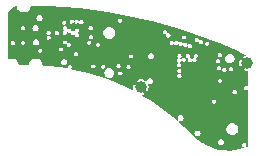
<source format=gbr>
G04 #@! TF.GenerationSoftware,KiCad,Pcbnew,7.0.9-7.0.9~ubuntu20.04.1*
G04 #@! TF.CreationDate,2023-12-28T04:07:48+00:00*
G04 #@! TF.ProjectId,yote,796f7465-2e6b-4696-9361-645f70636258,rev?*
G04 #@! TF.SameCoordinates,Original*
G04 #@! TF.FileFunction,Copper,L5,Inr*
G04 #@! TF.FilePolarity,Positive*
%FSLAX46Y46*%
G04 Gerber Fmt 4.6, Leading zero omitted, Abs format (unit mm)*
G04 Created by KiCad (PCBNEW 7.0.9-7.0.9~ubuntu20.04.1) date 2023-12-28 04:07:48*
%MOMM*%
%LPD*%
G01*
G04 APERTURE LIST*
G04 #@! TA.AperFunction,ComponentPad*
%ADD10C,1.000000*%
G04 #@! TD*
G04 #@! TA.AperFunction,ViaPad*
%ADD11C,0.300000*%
G04 #@! TD*
G04 #@! TA.AperFunction,ViaPad*
%ADD12C,0.500000*%
G04 #@! TD*
G04 APERTURE END LIST*
D10*
X111660000Y-74420000D03*
X120650000Y-72400000D03*
D11*
X115640000Y-72460000D03*
X106610000Y-70620000D03*
X115990000Y-73160000D03*
X116450000Y-75550000D03*
X104540000Y-69444500D03*
X119960998Y-75035000D03*
X115990000Y-72810000D03*
X108470000Y-68430000D03*
X116073613Y-71238385D03*
X116340000Y-73160000D03*
X115245500Y-75297913D03*
X116451757Y-75162000D03*
X115286763Y-72455603D03*
X106610000Y-69820000D03*
X116343733Y-72464508D03*
X116340000Y-72810000D03*
D12*
X106890500Y-72353158D03*
D11*
X115640000Y-73160000D03*
D12*
X110407273Y-68852728D03*
D11*
X101540000Y-72210000D03*
X110592772Y-71496000D03*
X104357921Y-67950929D03*
X104437541Y-72324531D03*
X115640000Y-72810000D03*
D12*
X117045498Y-76888202D03*
X117550000Y-78409502D03*
D11*
X106233243Y-68113243D03*
X103850000Y-69420000D03*
X118690776Y-74214500D03*
X115290000Y-73160000D03*
X115990000Y-72460000D03*
X104890000Y-70020000D03*
X113926405Y-73896403D03*
X104195000Y-69620000D03*
X115280000Y-72800000D03*
X113221465Y-70316237D03*
D12*
X113922579Y-75704187D03*
D11*
X117967862Y-76130729D03*
G04 #@! TA.AperFunction,Conductor*
G36*
X102675293Y-67526625D02*
G01*
X103928698Y-67567644D01*
X105180426Y-67644339D01*
X106429463Y-67756646D01*
X107674795Y-67904476D01*
X108915413Y-68087708D01*
X110150310Y-68306193D01*
X111378484Y-68559755D01*
X112598940Y-68848188D01*
X113810688Y-69171257D01*
X115012744Y-69528700D01*
X116204135Y-69920229D01*
X117383893Y-70345525D01*
X118551062Y-70804243D01*
X119704696Y-71296012D01*
X120515377Y-71669214D01*
X120542148Y-71698144D01*
X120540622Y-71737531D01*
X120511692Y-71764302D01*
X120506166Y-71765998D01*
X120417816Y-71787774D01*
X120417810Y-71787777D01*
X120307700Y-71845568D01*
X120571591Y-72109459D01*
X120539750Y-72115412D01*
X120444390Y-72174457D01*
X120376799Y-72263962D01*
X120360193Y-72322325D01*
X120096096Y-72058228D01*
X120096095Y-72058229D01*
X120070226Y-72095708D01*
X120070224Y-72095712D01*
X120014252Y-72243302D01*
X119995226Y-72399996D01*
X119995226Y-72400003D01*
X120014252Y-72556697D01*
X120070221Y-72704279D01*
X120070226Y-72704288D01*
X120096097Y-72741769D01*
X120356275Y-72481590D01*
X120356454Y-72483521D01*
X120406448Y-72583922D01*
X120489334Y-72659484D01*
X120571006Y-72691123D01*
X120307700Y-72954430D01*
X120417814Y-73012224D01*
X120417817Y-73012225D01*
X120571068Y-73049998D01*
X120571081Y-73050000D01*
X120717875Y-73050000D01*
X120754291Y-73065084D01*
X120769375Y-73101420D01*
X120770000Y-73505000D01*
X120770000Y-74285203D01*
X120754916Y-74321619D01*
X120718500Y-74336703D01*
X120696155Y-74331603D01*
X120634834Y-74302072D01*
X120634833Y-74302072D01*
X120552437Y-74302072D01*
X120552436Y-74302072D01*
X120478201Y-74337821D01*
X120426827Y-74402242D01*
X120408493Y-74482572D01*
X120426827Y-74562901D01*
X120478201Y-74627322D01*
X120552436Y-74663072D01*
X120552437Y-74663072D01*
X120634832Y-74663072D01*
X120634833Y-74663072D01*
X120696157Y-74633539D01*
X120735509Y-74631330D01*
X120764900Y-74657594D01*
X120770000Y-74679940D01*
X120770000Y-79396484D01*
X120754916Y-79432900D01*
X120740816Y-79442898D01*
X120710793Y-79457333D01*
X120708515Y-79458296D01*
X120654083Y-79478298D01*
X120614699Y-79476700D01*
X120587980Y-79447721D01*
X120589578Y-79408337D01*
X120589922Y-79407610D01*
X120591275Y-79404799D01*
X120591274Y-79404799D01*
X120591276Y-79404798D01*
X120609611Y-79324468D01*
X120591276Y-79244138D01*
X120539903Y-79179718D01*
X120539902Y-79179717D01*
X120465668Y-79143968D01*
X120465667Y-79143968D01*
X120383271Y-79143968D01*
X120383270Y-79143968D01*
X120309035Y-79179717D01*
X120257661Y-79244138D01*
X120239327Y-79324468D01*
X120257661Y-79404797D01*
X120309035Y-79469218D01*
X120359455Y-79493499D01*
X120385720Y-79522890D01*
X120383510Y-79562244D01*
X120354871Y-79588240D01*
X120334195Y-79595836D01*
X120331835Y-79596577D01*
X119946049Y-79697578D01*
X119943628Y-79698089D01*
X119549941Y-79761620D01*
X119547483Y-79761897D01*
X119149501Y-79787376D01*
X119147027Y-79787415D01*
X119145813Y-79787376D01*
X119128619Y-79786823D01*
X118748447Y-79774602D01*
X118745994Y-79774405D01*
X118513007Y-79744372D01*
X118350473Y-79723420D01*
X118348037Y-79722986D01*
X117959237Y-79634301D01*
X117956854Y-79633636D01*
X117578351Y-79508066D01*
X117576052Y-79507179D01*
X117211328Y-79345878D01*
X117209116Y-79344770D01*
X116915736Y-79179718D01*
X116861554Y-79149235D01*
X116859472Y-79147928D01*
X116706321Y-79041224D01*
X118192034Y-79041224D01*
X118211862Y-79140910D01*
X118211864Y-79140914D01*
X118268333Y-79225427D01*
X118268334Y-79225428D01*
X118352847Y-79281897D01*
X118352851Y-79281899D01*
X118452538Y-79301728D01*
X118452540Y-79301728D01*
X118452542Y-79301728D01*
X118552228Y-79281899D01*
X118552229Y-79281898D01*
X118552231Y-79281898D01*
X118636746Y-79225428D01*
X118693216Y-79140913D01*
X118711392Y-79049540D01*
X118713046Y-79041224D01*
X118713046Y-79041219D01*
X118693217Y-78941533D01*
X118693215Y-78941529D01*
X118636746Y-78857016D01*
X118636745Y-78857015D01*
X118552232Y-78800546D01*
X118552228Y-78800544D01*
X118452542Y-78780716D01*
X118452538Y-78780716D01*
X118352851Y-78800544D01*
X118352847Y-78800546D01*
X118268334Y-78857015D01*
X118268333Y-78857016D01*
X118211864Y-78941529D01*
X118211862Y-78941533D01*
X118192034Y-79041219D01*
X118192034Y-79041224D01*
X116706321Y-79041224D01*
X116632448Y-78989755D01*
X116532274Y-78919961D01*
X116530314Y-78918451D01*
X116230176Y-78663286D01*
X116228074Y-78661284D01*
X115946448Y-78361109D01*
X115924828Y-78340002D01*
X116194994Y-78340002D01*
X116214822Y-78439688D01*
X116214824Y-78439692D01*
X116271293Y-78524205D01*
X116271294Y-78524206D01*
X116355807Y-78580675D01*
X116355811Y-78580677D01*
X116455498Y-78600506D01*
X116455500Y-78600506D01*
X116455502Y-78600506D01*
X116555188Y-78580677D01*
X116555189Y-78580676D01*
X116555191Y-78580676D01*
X116639706Y-78524206D01*
X116696176Y-78439691D01*
X116711808Y-78361109D01*
X116716006Y-78340002D01*
X116716006Y-78339997D01*
X116696177Y-78240311D01*
X116696175Y-78240307D01*
X116639706Y-78155794D01*
X116639705Y-78155793D01*
X116555192Y-78099324D01*
X116555188Y-78099322D01*
X116455502Y-78079494D01*
X116455498Y-78079494D01*
X116355811Y-78099322D01*
X116355807Y-78099324D01*
X116271294Y-78155793D01*
X116271293Y-78155794D01*
X116214824Y-78240307D01*
X116214822Y-78240311D01*
X116194994Y-78339997D01*
X116194994Y-78340002D01*
X115924828Y-78340002D01*
X115624177Y-78046490D01*
X118904483Y-78046490D01*
X118945030Y-78184582D01*
X119022840Y-78305657D01*
X119022841Y-78305658D01*
X119022842Y-78305659D01*
X119131608Y-78399905D01*
X119131609Y-78399905D01*
X119131610Y-78399906D01*
X119262526Y-78459694D01*
X119262525Y-78459694D01*
X119369182Y-78475029D01*
X119369184Y-78475029D01*
X119440784Y-78475029D01*
X119511887Y-78464805D01*
X119547440Y-78459694D01*
X119678356Y-78399906D01*
X119787126Y-78305657D01*
X119864936Y-78184582D01*
X119905483Y-78046490D01*
X119905483Y-77902568D01*
X119905483Y-77902566D01*
X119890481Y-77851475D01*
X119864936Y-77764476D01*
X119787126Y-77643401D01*
X119744015Y-77606045D01*
X119678357Y-77549152D01*
X119547438Y-77489363D01*
X119547440Y-77489363D01*
X119440784Y-77474029D01*
X119440782Y-77474029D01*
X119369184Y-77474029D01*
X119369182Y-77474029D01*
X119262526Y-77489363D01*
X119131608Y-77549152D01*
X119022842Y-77643398D01*
X119022840Y-77643401D01*
X118945030Y-77764476D01*
X118904483Y-77902566D01*
X118904483Y-77902568D01*
X118904483Y-78046490D01*
X115624177Y-78046490D01*
X115338770Y-77767860D01*
X114874758Y-77352985D01*
X114857664Y-77317468D01*
X114870692Y-77280267D01*
X114906209Y-77263173D01*
X114930025Y-77269679D01*
X114930623Y-77268237D01*
X114935311Y-77270179D01*
X115034998Y-77290008D01*
X115035000Y-77290008D01*
X115035002Y-77290008D01*
X115134688Y-77270179D01*
X115134689Y-77270178D01*
X115134691Y-77270178D01*
X115219206Y-77213708D01*
X115275676Y-77129193D01*
X115275676Y-77129191D01*
X115275677Y-77129190D01*
X115295506Y-77029504D01*
X115295506Y-77029499D01*
X115275677Y-76929813D01*
X115275675Y-76929809D01*
X115219206Y-76845296D01*
X115219205Y-76845295D01*
X115134692Y-76788826D01*
X115134688Y-76788824D01*
X115035002Y-76768996D01*
X115034998Y-76768996D01*
X114935311Y-76788824D01*
X114935307Y-76788826D01*
X114850794Y-76845295D01*
X114850793Y-76845296D01*
X114794324Y-76929809D01*
X114794322Y-76929813D01*
X114774494Y-77029499D01*
X114774494Y-77029504D01*
X114794322Y-77129190D01*
X114794323Y-77129191D01*
X114820705Y-77168675D01*
X114828394Y-77207334D01*
X114806496Y-77240108D01*
X114767837Y-77247797D01*
X114743558Y-77235679D01*
X114705677Y-77201811D01*
X114048386Y-76664050D01*
X113368160Y-76155611D01*
X112666307Y-75677469D01*
X112585852Y-75627676D01*
X117687505Y-75627676D01*
X117705839Y-75708005D01*
X117757213Y-75772426D01*
X117831448Y-75808176D01*
X117831449Y-75808176D01*
X117913846Y-75808176D01*
X117950963Y-75790301D01*
X117988081Y-75772426D01*
X118039454Y-75708006D01*
X118057789Y-75627676D01*
X118039454Y-75547346D01*
X117988081Y-75482926D01*
X117988080Y-75482925D01*
X117913846Y-75447176D01*
X117913845Y-75447176D01*
X117831449Y-75447176D01*
X117831448Y-75447176D01*
X117757213Y-75482925D01*
X117705839Y-75547346D01*
X117687505Y-75627676D01*
X112585852Y-75627676D01*
X111944173Y-75230545D01*
X111796144Y-75147673D01*
X111771737Y-75116722D01*
X111776364Y-75077579D01*
X111807315Y-75053172D01*
X111808977Y-75052732D01*
X111892186Y-75032223D01*
X112002298Y-74974430D01*
X111847868Y-74820000D01*
X119414858Y-74820000D01*
X119433192Y-74900329D01*
X119484566Y-74964750D01*
X119558801Y-75000500D01*
X119558802Y-75000500D01*
X119641199Y-75000500D01*
X119695333Y-74974430D01*
X119715434Y-74964750D01*
X119766807Y-74900330D01*
X119785142Y-74820000D01*
X119766807Y-74739670D01*
X119715434Y-74675250D01*
X119715433Y-74675249D01*
X119641199Y-74639500D01*
X119641198Y-74639500D01*
X119558802Y-74639500D01*
X119558801Y-74639500D01*
X119484566Y-74675249D01*
X119433192Y-74739670D01*
X119414858Y-74820000D01*
X111847868Y-74820000D01*
X111738408Y-74710540D01*
X111770250Y-74704588D01*
X111865610Y-74645543D01*
X111933201Y-74556038D01*
X111949806Y-74497674D01*
X112213901Y-74761769D01*
X112213902Y-74761769D01*
X112239775Y-74724287D01*
X112295747Y-74576697D01*
X112314774Y-74420003D01*
X112314774Y-74419996D01*
X112295747Y-74263302D01*
X112282716Y-74228942D01*
X112283906Y-74189544D01*
X112312607Y-74162527D01*
X112340915Y-74160170D01*
X112388419Y-74169619D01*
X112415499Y-74175006D01*
X112415500Y-74175006D01*
X112415502Y-74175006D01*
X112515188Y-74155177D01*
X112515189Y-74155176D01*
X112515191Y-74155176D01*
X112599706Y-74098706D01*
X112656176Y-74014191D01*
X112672671Y-73931269D01*
X112676006Y-73914502D01*
X112676006Y-73914497D01*
X112667776Y-73873122D01*
X118173759Y-73873122D01*
X118192093Y-73953451D01*
X118243467Y-74017872D01*
X118317702Y-74053622D01*
X118317703Y-74053622D01*
X118400100Y-74053622D01*
X118437217Y-74035747D01*
X118474335Y-74017872D01*
X118525708Y-73953452D01*
X118544043Y-73873122D01*
X118525708Y-73792792D01*
X118474335Y-73728372D01*
X118474334Y-73728371D01*
X118400100Y-73692622D01*
X118400099Y-73692622D01*
X118317703Y-73692622D01*
X118317702Y-73692622D01*
X118243467Y-73728371D01*
X118192093Y-73792792D01*
X118173759Y-73873122D01*
X112667776Y-73873122D01*
X112656177Y-73814811D01*
X112656175Y-73814807D01*
X112599706Y-73730294D01*
X112599705Y-73730293D01*
X112515192Y-73673824D01*
X112515188Y-73673822D01*
X112415502Y-73653994D01*
X112415498Y-73653994D01*
X112315811Y-73673822D01*
X112315807Y-73673824D01*
X112231294Y-73730293D01*
X112231293Y-73730294D01*
X112174824Y-73814807D01*
X112174823Y-73814811D01*
X112159706Y-73890807D01*
X112137808Y-73923580D01*
X112099148Y-73931269D01*
X112075045Y-73919307D01*
X112031953Y-73881131D01*
X111892189Y-73807777D01*
X111892183Y-73807775D01*
X111738931Y-73770001D01*
X111738919Y-73770000D01*
X111581081Y-73770000D01*
X111581068Y-73770001D01*
X111427816Y-73807775D01*
X111427810Y-73807777D01*
X111317700Y-73865568D01*
X111581591Y-74129459D01*
X111549750Y-74135412D01*
X111454390Y-74194457D01*
X111386799Y-74283962D01*
X111370193Y-74342325D01*
X111106096Y-74078228D01*
X111106095Y-74078229D01*
X111080226Y-74115708D01*
X111080224Y-74115712D01*
X111024252Y-74263302D01*
X111005226Y-74419996D01*
X111005226Y-74420003D01*
X111024252Y-74576697D01*
X111047097Y-74636935D01*
X111045907Y-74676334D01*
X111017206Y-74703350D01*
X110977807Y-74702160D01*
X110975780Y-74701194D01*
X110932670Y-74679484D01*
X110444655Y-74433720D01*
X109670151Y-74085350D01*
X108881124Y-73771257D01*
X108079091Y-73492043D01*
X107265592Y-73248244D01*
X107153737Y-73220000D01*
X108569445Y-73220000D01*
X108589538Y-73346867D01*
X108639641Y-73445199D01*
X108647854Y-73461318D01*
X108738682Y-73552146D01*
X108853132Y-73610461D01*
X108948084Y-73625500D01*
X108948089Y-73625500D01*
X109011911Y-73625500D01*
X109011916Y-73625500D01*
X109106868Y-73610461D01*
X109221318Y-73552146D01*
X109312146Y-73461318D01*
X109370461Y-73346868D01*
X109386226Y-73247332D01*
X109741864Y-73247332D01*
X109760198Y-73327661D01*
X109811572Y-73392082D01*
X109885807Y-73427832D01*
X109885808Y-73427832D01*
X109968205Y-73427832D01*
X110005322Y-73409957D01*
X110042440Y-73392082D01*
X110093813Y-73327662D01*
X110112148Y-73247332D01*
X110093813Y-73167002D01*
X110042440Y-73102582D01*
X110042439Y-73102581D01*
X109968205Y-73066832D01*
X109968204Y-73066832D01*
X109885808Y-73066832D01*
X109885807Y-73066832D01*
X109811572Y-73102581D01*
X109760198Y-73167002D01*
X109741864Y-73247332D01*
X109386226Y-73247332D01*
X109390555Y-73220000D01*
X109370461Y-73093132D01*
X109312146Y-72978682D01*
X109221318Y-72887854D01*
X109221317Y-72887853D01*
X109106867Y-72829538D01*
X109026954Y-72816881D01*
X109011916Y-72814500D01*
X108948084Y-72814500D01*
X108853132Y-72829538D01*
X108738682Y-72887853D01*
X108647853Y-72978682D01*
X108589538Y-73093132D01*
X108569445Y-73220000D01*
X107153737Y-73220000D01*
X106442191Y-73040331D01*
X105953562Y-72939500D01*
X105809849Y-72909844D01*
X105777233Y-72887712D01*
X105769820Y-72848999D01*
X105779991Y-72827300D01*
X105829804Y-72764837D01*
X105848139Y-72684507D01*
X105840263Y-72650000D01*
X107464858Y-72650000D01*
X107483192Y-72730329D01*
X107534566Y-72794750D01*
X107608801Y-72830500D01*
X107608802Y-72830500D01*
X107691199Y-72830500D01*
X107728316Y-72812625D01*
X107765434Y-72794750D01*
X107816807Y-72730330D01*
X107829550Y-72674500D01*
X108294358Y-72674500D01*
X108312692Y-72754829D01*
X108364066Y-72819250D01*
X108438301Y-72855000D01*
X108438302Y-72855000D01*
X108520699Y-72855000D01*
X108571573Y-72830500D01*
X108594934Y-72819250D01*
X108646307Y-72754830D01*
X108664642Y-72674500D01*
X108648212Y-72602516D01*
X109586027Y-72602516D01*
X109604361Y-72682845D01*
X109655735Y-72747266D01*
X109729970Y-72783016D01*
X109729971Y-72783016D01*
X109812368Y-72783016D01*
X109859477Y-72760329D01*
X109886603Y-72747266D01*
X109937976Y-72682846D01*
X109938626Y-72680000D01*
X110434858Y-72680000D01*
X110453192Y-72760329D01*
X110504566Y-72824750D01*
X110578801Y-72860500D01*
X110578802Y-72860500D01*
X110661199Y-72860500D01*
X110709444Y-72837266D01*
X110735434Y-72824750D01*
X110786807Y-72760330D01*
X110805142Y-72680000D01*
X110786807Y-72599670D01*
X110735434Y-72535250D01*
X110735433Y-72535249D01*
X110661199Y-72499500D01*
X110661198Y-72499500D01*
X110578802Y-72499500D01*
X110578801Y-72499500D01*
X110504566Y-72535249D01*
X110453192Y-72599670D01*
X110434858Y-72680000D01*
X109938626Y-72680000D01*
X109956311Y-72602516D01*
X109937976Y-72522186D01*
X109886603Y-72457766D01*
X109886602Y-72457765D01*
X109812368Y-72422016D01*
X109812367Y-72422016D01*
X109729971Y-72422016D01*
X109729970Y-72422016D01*
X109655735Y-72457765D01*
X109604361Y-72522186D01*
X109586027Y-72602516D01*
X108648212Y-72602516D01*
X108646307Y-72594170D01*
X108594934Y-72529750D01*
X108594933Y-72529749D01*
X108520699Y-72494000D01*
X108520698Y-72494000D01*
X108438302Y-72494000D01*
X108438301Y-72494000D01*
X108364066Y-72529749D01*
X108312692Y-72594170D01*
X108294358Y-72674500D01*
X107829550Y-72674500D01*
X107835142Y-72650000D01*
X107816807Y-72569670D01*
X107765434Y-72505250D01*
X107765433Y-72505249D01*
X107691199Y-72469500D01*
X107691198Y-72469500D01*
X107608802Y-72469500D01*
X107608801Y-72469500D01*
X107534566Y-72505249D01*
X107483192Y-72569670D01*
X107464858Y-72650000D01*
X105840263Y-72650000D01*
X105829804Y-72604177D01*
X105778431Y-72539757D01*
X105778430Y-72539756D01*
X105704196Y-72504007D01*
X105704195Y-72504007D01*
X105621799Y-72504007D01*
X105621798Y-72504007D01*
X105547563Y-72539756D01*
X105496189Y-72604177D01*
X105477855Y-72684507D01*
X105496190Y-72764839D01*
X105498007Y-72768612D01*
X105500217Y-72807966D01*
X105473951Y-72837356D01*
X105443420Y-72841800D01*
X104772025Y-72733684D01*
X103928470Y-72635541D01*
X103914034Y-72634500D01*
X103400720Y-72597483D01*
X103365483Y-72579818D01*
X103353365Y-72552838D01*
X103336465Y-72424468D01*
X103336463Y-72424462D01*
X103314666Y-72371840D01*
X103276626Y-72280002D01*
X104919494Y-72280002D01*
X104939322Y-72379688D01*
X104939324Y-72379692D01*
X104995793Y-72464205D01*
X104995794Y-72464206D01*
X105080307Y-72520675D01*
X105080311Y-72520677D01*
X105179998Y-72540506D01*
X105180000Y-72540506D01*
X105180002Y-72540506D01*
X105279688Y-72520677D01*
X105279689Y-72520676D01*
X105279691Y-72520676D01*
X105364206Y-72464206D01*
X105420676Y-72379691D01*
X105428209Y-72341823D01*
X105440506Y-72280002D01*
X105440506Y-72279997D01*
X105420677Y-72180311D01*
X105420675Y-72180307D01*
X105406965Y-72159788D01*
X114723615Y-72159788D01*
X114741949Y-72240117D01*
X114741950Y-72240118D01*
X114793323Y-72304538D01*
X114826011Y-72320280D01*
X114852276Y-72349669D01*
X114850066Y-72389024D01*
X114826012Y-72413078D01*
X114798539Y-72426308D01*
X114798539Y-72426309D01*
X114747164Y-72490730D01*
X114728830Y-72571060D01*
X114747164Y-72651389D01*
X114798538Y-72715810D01*
X114871675Y-72751031D01*
X114897940Y-72780422D01*
X114895730Y-72819776D01*
X114871675Y-72843831D01*
X114812169Y-72872487D01*
X114760795Y-72936908D01*
X114742461Y-73017238D01*
X114760795Y-73097567D01*
X114766503Y-73104724D01*
X114812169Y-73161988D01*
X114860651Y-73185336D01*
X114886916Y-73214725D01*
X114884706Y-73254080D01*
X114860652Y-73278134D01*
X114809192Y-73302916D01*
X114809192Y-73302917D01*
X114757817Y-73367338D01*
X114739483Y-73447668D01*
X114757817Y-73527997D01*
X114809191Y-73592418D01*
X114883426Y-73628168D01*
X114883427Y-73628168D01*
X114965824Y-73628168D01*
X115002941Y-73610293D01*
X115040059Y-73592418D01*
X115091432Y-73527998D01*
X115109767Y-73447668D01*
X115091432Y-73367338D01*
X115040059Y-73302918D01*
X114991575Y-73279569D01*
X114965311Y-73250179D01*
X114967521Y-73210825D01*
X114991576Y-73186770D01*
X114994556Y-73185335D01*
X115043037Y-73161988D01*
X115094410Y-73097568D01*
X115112745Y-73017238D01*
X115094410Y-72936908D01*
X115043037Y-72872488D01*
X115043036Y-72872487D01*
X114969899Y-72837266D01*
X114950001Y-72815000D01*
X118088512Y-72815000D01*
X118106846Y-72895329D01*
X118158220Y-72959750D01*
X118232455Y-72995500D01*
X118232456Y-72995500D01*
X118314853Y-72995500D01*
X118356738Y-72975329D01*
X118389088Y-72959750D01*
X118405237Y-72939500D01*
X118553874Y-72939500D01*
X118572208Y-73019829D01*
X118623582Y-73084250D01*
X118697817Y-73120000D01*
X118697818Y-73120000D01*
X118780215Y-73120000D01*
X118820852Y-73100430D01*
X118854450Y-73084250D01*
X118905823Y-73019830D01*
X118924158Y-72939500D01*
X118914001Y-72895000D01*
X119109858Y-72895000D01*
X119128192Y-72975329D01*
X119179566Y-73039750D01*
X119253801Y-73075500D01*
X119253802Y-73075500D01*
X119336199Y-73075500D01*
X119374234Y-73057183D01*
X119410434Y-73039750D01*
X119461807Y-72975330D01*
X119480142Y-72895000D01*
X119461807Y-72814670D01*
X119410434Y-72750250D01*
X119410433Y-72750249D01*
X119336199Y-72714500D01*
X119336198Y-72714500D01*
X119253802Y-72714500D01*
X119253801Y-72714500D01*
X119179566Y-72750249D01*
X119128192Y-72814670D01*
X119109858Y-72895000D01*
X118914001Y-72895000D01*
X118905823Y-72859170D01*
X118854450Y-72794750D01*
X118854449Y-72794749D01*
X118780215Y-72759000D01*
X118780214Y-72759000D01*
X118697818Y-72759000D01*
X118697817Y-72759000D01*
X118623582Y-72794749D01*
X118572208Y-72859170D01*
X118553874Y-72939500D01*
X118405237Y-72939500D01*
X118440461Y-72895330D01*
X118458796Y-72815000D01*
X118440461Y-72734670D01*
X118389088Y-72670250D01*
X118389087Y-72670249D01*
X118314853Y-72634500D01*
X118314852Y-72634500D01*
X118232456Y-72634500D01*
X118232455Y-72634500D01*
X118158220Y-72670249D01*
X118106846Y-72734670D01*
X118088512Y-72815000D01*
X114950001Y-72815000D01*
X114943634Y-72807875D01*
X114945844Y-72768521D01*
X114969897Y-72744467D01*
X115029406Y-72715810D01*
X115080779Y-72651390D01*
X115099114Y-72571060D01*
X115080779Y-72490730D01*
X115029406Y-72426310D01*
X115029405Y-72426309D01*
X114996717Y-72410568D01*
X114970452Y-72381177D01*
X114972662Y-72341823D01*
X114996718Y-72317768D01*
X114999395Y-72316479D01*
X115024191Y-72304538D01*
X115075564Y-72240118D01*
X115078612Y-72226764D01*
X115101420Y-72194617D01*
X115140279Y-72188013D01*
X115169085Y-72206112D01*
X115184040Y-72224865D01*
X115234145Y-72248994D01*
X115258275Y-72260615D01*
X115258276Y-72260615D01*
X115340673Y-72260615D01*
X115383239Y-72240116D01*
X115414908Y-72224865D01*
X115466281Y-72160445D01*
X115484616Y-72080115D01*
X115466281Y-71999785D01*
X115414908Y-71935365D01*
X115414907Y-71935364D01*
X115340673Y-71899615D01*
X115340672Y-71899615D01*
X115258276Y-71899615D01*
X115258275Y-71899615D01*
X115184040Y-71935364D01*
X115132666Y-71999785D01*
X115132664Y-71999789D01*
X115129617Y-72013141D01*
X115106807Y-72045287D01*
X115067948Y-72051888D01*
X115039145Y-72033790D01*
X115032345Y-72025263D01*
X115024191Y-72015038D01*
X115021654Y-72013816D01*
X114995390Y-71984429D01*
X114997598Y-71945074D01*
X115021653Y-71921017D01*
X115055434Y-71904750D01*
X115106807Y-71840330D01*
X115125142Y-71760000D01*
X115454858Y-71760000D01*
X115473192Y-71840329D01*
X115524566Y-71904750D01*
X115598801Y-71940500D01*
X115608278Y-71940500D01*
X115644694Y-71955584D01*
X115659778Y-71992000D01*
X115648542Y-72024110D01*
X115644106Y-72029671D01*
X115625772Y-72110001D01*
X115644106Y-72190330D01*
X115695480Y-72254751D01*
X115769715Y-72290501D01*
X115769716Y-72290501D01*
X115852113Y-72290501D01*
X115876857Y-72278584D01*
X115926348Y-72254751D01*
X115961382Y-72210819D01*
X115995877Y-72191754D01*
X116033753Y-72202665D01*
X116041908Y-72210820D01*
X116083264Y-72262679D01*
X116157499Y-72298429D01*
X116157500Y-72298429D01*
X116239897Y-72298429D01*
X116279142Y-72279529D01*
X116314132Y-72262679D01*
X116360952Y-72203968D01*
X118010138Y-72203968D01*
X118028472Y-72284297D01*
X118079846Y-72348718D01*
X118154081Y-72384468D01*
X118154082Y-72384468D01*
X118236479Y-72384468D01*
X118273596Y-72366593D01*
X118310714Y-72348718D01*
X118362087Y-72284298D01*
X118380422Y-72203968D01*
X118362087Y-72123638D01*
X118310714Y-72059218D01*
X118310713Y-72059217D01*
X118236479Y-72023468D01*
X118236478Y-72023468D01*
X118154082Y-72023468D01*
X118154081Y-72023468D01*
X118079846Y-72059217D01*
X118028472Y-72123638D01*
X118010138Y-72203968D01*
X116360952Y-72203968D01*
X116365505Y-72198259D01*
X116383840Y-72117929D01*
X116365505Y-72037599D01*
X116353513Y-72022562D01*
X116347013Y-72000000D01*
X118789445Y-72000000D01*
X118809538Y-72126867D01*
X118867243Y-72240118D01*
X118867854Y-72241318D01*
X118958682Y-72332146D01*
X119073132Y-72390461D01*
X119168084Y-72405500D01*
X119168089Y-72405500D01*
X119231911Y-72405500D01*
X119231916Y-72405500D01*
X119326868Y-72390461D01*
X119441318Y-72332146D01*
X119532146Y-72241318D01*
X119590461Y-72126868D01*
X119610555Y-72000000D01*
X119590461Y-71873132D01*
X119532146Y-71758682D01*
X119441318Y-71667854D01*
X119441317Y-71667853D01*
X119326867Y-71609538D01*
X119246954Y-71596881D01*
X119231916Y-71594500D01*
X119168084Y-71594500D01*
X119073132Y-71609538D01*
X118958682Y-71667853D01*
X118867853Y-71758682D01*
X118809538Y-71873132D01*
X118789445Y-72000000D01*
X116347013Y-72000000D01*
X116342602Y-71984687D01*
X116361668Y-71950189D01*
X116376081Y-71943248D01*
X116375970Y-71943018D01*
X116435360Y-71914417D01*
X116455434Y-71904750D01*
X116506807Y-71840330D01*
X116525142Y-71760000D01*
X116511447Y-71700000D01*
X118164858Y-71700000D01*
X118183192Y-71780329D01*
X118234566Y-71844750D01*
X118308801Y-71880500D01*
X118308802Y-71880500D01*
X118391199Y-71880500D01*
X118428316Y-71862625D01*
X118465434Y-71844750D01*
X118516807Y-71780330D01*
X118535142Y-71700000D01*
X118516807Y-71619670D01*
X118465434Y-71555250D01*
X118465433Y-71555249D01*
X118391199Y-71519500D01*
X118391198Y-71519500D01*
X118308802Y-71519500D01*
X118308801Y-71519500D01*
X118234566Y-71555249D01*
X118183192Y-71619670D01*
X118164858Y-71700000D01*
X116511447Y-71700000D01*
X116506807Y-71679670D01*
X116455434Y-71615250D01*
X116455433Y-71615249D01*
X116381199Y-71579500D01*
X116381198Y-71579500D01*
X116298802Y-71579500D01*
X116298801Y-71579500D01*
X116224566Y-71615249D01*
X116173192Y-71679670D01*
X116154858Y-71760000D01*
X116173192Y-71840329D01*
X116185183Y-71855365D01*
X116196095Y-71893241D01*
X116177029Y-71927739D01*
X116162617Y-71934680D01*
X116162728Y-71934911D01*
X116083264Y-71973179D01*
X116048231Y-72017109D01*
X116013733Y-72036175D01*
X115975857Y-72025263D01*
X115967703Y-72017109D01*
X115966958Y-72016175D01*
X115926348Y-71965251D01*
X115926347Y-71965250D01*
X115852113Y-71929501D01*
X115852112Y-71929501D01*
X115842636Y-71929501D01*
X115806220Y-71914417D01*
X115791136Y-71878001D01*
X115802372Y-71845891D01*
X115803282Y-71844750D01*
X115806807Y-71840330D01*
X115825142Y-71760000D01*
X115806807Y-71679670D01*
X115755434Y-71615250D01*
X115755433Y-71615249D01*
X115681199Y-71579500D01*
X115681198Y-71579500D01*
X115598802Y-71579500D01*
X115598801Y-71579500D01*
X115524566Y-71615249D01*
X115473192Y-71679670D01*
X115454858Y-71760000D01*
X115125142Y-71760000D01*
X115106807Y-71679670D01*
X115055434Y-71615250D01*
X115055433Y-71615249D01*
X114981199Y-71579500D01*
X114981198Y-71579500D01*
X114898802Y-71579500D01*
X114898801Y-71579500D01*
X114824566Y-71615249D01*
X114773192Y-71679670D01*
X114754858Y-71760000D01*
X114773192Y-71840329D01*
X114773193Y-71840330D01*
X114824566Y-71904750D01*
X114827098Y-71905969D01*
X114853365Y-71935356D01*
X114851159Y-71974710D01*
X114827103Y-71998769D01*
X114793324Y-72015036D01*
X114793324Y-72015037D01*
X114793323Y-72015037D01*
X114793323Y-72015038D01*
X114787322Y-72022563D01*
X114741949Y-72079458D01*
X114723615Y-72159788D01*
X105406965Y-72159788D01*
X105364206Y-72095794D01*
X105364205Y-72095793D01*
X105279692Y-72039324D01*
X105279688Y-72039322D01*
X105180002Y-72019494D01*
X105179998Y-72019494D01*
X105080311Y-72039322D01*
X105080307Y-72039324D01*
X104995794Y-72095793D01*
X104995793Y-72095794D01*
X104939324Y-72180307D01*
X104939322Y-72180311D01*
X104919494Y-72279997D01*
X104919494Y-72280002D01*
X103276626Y-72280002D01*
X103276430Y-72279530D01*
X103276429Y-72279529D01*
X103276430Y-72279529D01*
X103227741Y-72216078D01*
X103180929Y-72155071D01*
X103056470Y-72059570D01*
X103007592Y-72039324D01*
X102911537Y-71999536D01*
X102911531Y-71999534D01*
X102795049Y-71984200D01*
X102716951Y-71984200D01*
X102600468Y-71999534D01*
X102600462Y-71999536D01*
X102455529Y-72059570D01*
X102331071Y-72155071D01*
X102235570Y-72279529D01*
X102235567Y-72279534D01*
X102175536Y-72424462D01*
X102175535Y-72424467D01*
X102165059Y-72504034D01*
X102145351Y-72538169D01*
X102112701Y-72548795D01*
X101362206Y-72529860D01*
X101326182Y-72513862D01*
X101312446Y-72485100D01*
X101304464Y-72424465D01*
X101299747Y-72413078D01*
X101282666Y-72371840D01*
X101244430Y-72279530D01*
X101244429Y-72279529D01*
X101244430Y-72279529D01*
X101195741Y-72216078D01*
X101148929Y-72155071D01*
X101024470Y-72059570D01*
X100975592Y-72039324D01*
X100879537Y-71999536D01*
X100879531Y-71999534D01*
X100763049Y-71984200D01*
X100684951Y-71984200D01*
X100568465Y-71999535D01*
X100568464Y-71999535D01*
X100507405Y-72024826D01*
X100467989Y-72024825D01*
X100440118Y-71996953D01*
X100438564Y-71992675D01*
X100432103Y-71972100D01*
X100430048Y-71962305D01*
X100415893Y-71833450D01*
X100415740Y-71830639D01*
X100415740Y-71810500D01*
X110644920Y-71810500D01*
X110663254Y-71890829D01*
X110714628Y-71955250D01*
X110788863Y-71991000D01*
X110788864Y-71991000D01*
X110871261Y-71991000D01*
X110910494Y-71972106D01*
X110945496Y-71955250D01*
X110996869Y-71890830D01*
X111015204Y-71810500D01*
X111007216Y-71775502D01*
X112289494Y-71775502D01*
X112309322Y-71875188D01*
X112309324Y-71875192D01*
X112365793Y-71959705D01*
X112365794Y-71959706D01*
X112450307Y-72016175D01*
X112450311Y-72016177D01*
X112549998Y-72036006D01*
X112550000Y-72036006D01*
X112550002Y-72036006D01*
X112649688Y-72016177D01*
X112649689Y-72016176D01*
X112649691Y-72016176D01*
X112734206Y-71959706D01*
X112790676Y-71875191D01*
X112793505Y-71860972D01*
X112810506Y-71775502D01*
X112810506Y-71775497D01*
X112790677Y-71675811D01*
X112790675Y-71675807D01*
X112734206Y-71591294D01*
X112734205Y-71591293D01*
X112649692Y-71534824D01*
X112649688Y-71534822D01*
X112550002Y-71514994D01*
X112549998Y-71514994D01*
X112450311Y-71534822D01*
X112450307Y-71534824D01*
X112365794Y-71591293D01*
X112365793Y-71591294D01*
X112309324Y-71675807D01*
X112309322Y-71675811D01*
X112289494Y-71775497D01*
X112289494Y-71775502D01*
X111007216Y-71775502D01*
X110996869Y-71730170D01*
X110945496Y-71665750D01*
X110945495Y-71665749D01*
X110871261Y-71630000D01*
X110871260Y-71630000D01*
X110788864Y-71630000D01*
X110788863Y-71630000D01*
X110714628Y-71665749D01*
X110663254Y-71730170D01*
X110644920Y-71810500D01*
X100415740Y-71810500D01*
X100415740Y-71610500D01*
X105999335Y-71610500D01*
X106017669Y-71690829D01*
X106069043Y-71755250D01*
X106143278Y-71791000D01*
X106143279Y-71791000D01*
X106225676Y-71791000D01*
X106292784Y-71758682D01*
X106299911Y-71755250D01*
X106351284Y-71690830D01*
X106369619Y-71610500D01*
X106351284Y-71530170D01*
X106299911Y-71465750D01*
X106299910Y-71465749D01*
X106225676Y-71430000D01*
X106225675Y-71430000D01*
X106143279Y-71430000D01*
X106143278Y-71430000D01*
X106069043Y-71465749D01*
X106017669Y-71530170D01*
X105999335Y-71610500D01*
X100415740Y-71610500D01*
X100415740Y-71319300D01*
X102964858Y-71319300D01*
X102983192Y-71399629D01*
X103034566Y-71464050D01*
X103108801Y-71499800D01*
X103108802Y-71499800D01*
X103191199Y-71499800D01*
X103228316Y-71481925D01*
X103265434Y-71464050D01*
X103316807Y-71399630D01*
X103335142Y-71319300D01*
X103316807Y-71238970D01*
X103301679Y-71220000D01*
X104699858Y-71220000D01*
X104718192Y-71300329D01*
X104769566Y-71364750D01*
X104843801Y-71400500D01*
X104843802Y-71400500D01*
X104926199Y-71400500D01*
X104995128Y-71367305D01*
X105000434Y-71364750D01*
X105051807Y-71300330D01*
X105070142Y-71220000D01*
X105051807Y-71139670D01*
X105000434Y-71075250D01*
X105000433Y-71075249D01*
X104926199Y-71039500D01*
X104926198Y-71039500D01*
X104843802Y-71039500D01*
X104843801Y-71039500D01*
X104769566Y-71075249D01*
X104718192Y-71139670D01*
X104699858Y-71220000D01*
X103301679Y-71220000D01*
X103265434Y-71174550D01*
X103265433Y-71174549D01*
X103191199Y-71138800D01*
X103191198Y-71138800D01*
X103108802Y-71138800D01*
X103108801Y-71138800D01*
X103034566Y-71174549D01*
X102983192Y-71238970D01*
X102964858Y-71319300D01*
X100415740Y-71319300D01*
X100415740Y-70690000D01*
X100634858Y-70690000D01*
X100653192Y-70770329D01*
X100704566Y-70834750D01*
X100778801Y-70870500D01*
X100778802Y-70870500D01*
X100861199Y-70870500D01*
X100919872Y-70842244D01*
X100935434Y-70834750D01*
X100986807Y-70770330D01*
X101005142Y-70690000D01*
X100993730Y-70640000D01*
X101504858Y-70640000D01*
X101523192Y-70720329D01*
X101574566Y-70784750D01*
X101648801Y-70820500D01*
X101648802Y-70820500D01*
X101731199Y-70820500D01*
X101781074Y-70796481D01*
X101805434Y-70784750D01*
X101856807Y-70720330D01*
X101875142Y-70640000D01*
X101872467Y-70628282D01*
X102552117Y-70628282D01*
X102571945Y-70727968D01*
X102571947Y-70727972D01*
X102628416Y-70812485D01*
X102628417Y-70812486D01*
X102712930Y-70868955D01*
X102712934Y-70868957D01*
X102812621Y-70888786D01*
X102812623Y-70888786D01*
X102812625Y-70888786D01*
X102912311Y-70868957D01*
X102912312Y-70868956D01*
X102912314Y-70868956D01*
X102996829Y-70812486D01*
X103053299Y-70727971D01*
X103054820Y-70720329D01*
X103073129Y-70628282D01*
X103073129Y-70628277D01*
X103071483Y-70620000D01*
X105044858Y-70620000D01*
X105063192Y-70700329D01*
X105114566Y-70764750D01*
X105188801Y-70800500D01*
X105188802Y-70800500D01*
X105271199Y-70800500D01*
X105303903Y-70784750D01*
X105311408Y-70781135D01*
X105350761Y-70778925D01*
X105380152Y-70805189D01*
X105383962Y-70816075D01*
X105403192Y-70900329D01*
X105454566Y-70964750D01*
X105528801Y-71000500D01*
X105528802Y-71000500D01*
X105611199Y-71000500D01*
X105660775Y-70976625D01*
X105685434Y-70964750D01*
X105736807Y-70900330D01*
X105755142Y-70820000D01*
X105736807Y-70739670D01*
X105685434Y-70675250D01*
X105685433Y-70675249D01*
X105630324Y-70648710D01*
X107113568Y-70648710D01*
X107131902Y-70729039D01*
X107183276Y-70793460D01*
X107257511Y-70829210D01*
X107257512Y-70829210D01*
X107339909Y-70829210D01*
X107378762Y-70810499D01*
X107862346Y-70810499D01*
X107880680Y-70890828D01*
X107932054Y-70955249D01*
X108006289Y-70990999D01*
X108006290Y-70990999D01*
X108088687Y-70990999D01*
X108130952Y-70970645D01*
X108162922Y-70955249D01*
X108214295Y-70890829D01*
X108232630Y-70810499D01*
X108214295Y-70730169D01*
X108162922Y-70665749D01*
X108162921Y-70665748D01*
X108133814Y-70651731D01*
X114091361Y-70651731D01*
X114109695Y-70732060D01*
X114161069Y-70796481D01*
X114235304Y-70832231D01*
X114235305Y-70832231D01*
X114317702Y-70832231D01*
X114363036Y-70810399D01*
X114391937Y-70796481D01*
X114423702Y-70756648D01*
X114458199Y-70737583D01*
X114496075Y-70748495D01*
X114504229Y-70756649D01*
X114550164Y-70814250D01*
X114624399Y-70850000D01*
X114624400Y-70850000D01*
X114706797Y-70850000D01*
X114738463Y-70834750D01*
X114781032Y-70814250D01*
X114784133Y-70810360D01*
X114818628Y-70791292D01*
X114856504Y-70802201D01*
X114874607Y-70831007D01*
X114877171Y-70842243D01*
X114928545Y-70906664D01*
X115002780Y-70942414D01*
X115002781Y-70942414D01*
X115085178Y-70942414D01*
X115109922Y-70930497D01*
X115159413Y-70906664D01*
X115172095Y-70890760D01*
X115206591Y-70871695D01*
X115244467Y-70882606D01*
X115256688Y-70902044D01*
X115258865Y-70900996D01*
X115261383Y-70906225D01*
X115312757Y-70970646D01*
X115386992Y-71006396D01*
X115386993Y-71006396D01*
X115469390Y-71006396D01*
X115501361Y-70990999D01*
X115543625Y-70970646D01*
X115555323Y-70955975D01*
X115589819Y-70936909D01*
X115627695Y-70947820D01*
X115645796Y-70976625D01*
X115655880Y-71020807D01*
X115707254Y-71085228D01*
X115781489Y-71120978D01*
X115781490Y-71120978D01*
X115863887Y-71120978D01*
X115917859Y-71094986D01*
X115938122Y-71085228D01*
X115989495Y-71020808D01*
X116007830Y-70940478D01*
X115989495Y-70860148D01*
X115938122Y-70795728D01*
X115938121Y-70795727D01*
X115863887Y-70759978D01*
X115863886Y-70759978D01*
X115781490Y-70759978D01*
X115781489Y-70759978D01*
X115707255Y-70795727D01*
X115707254Y-70795727D01*
X115707254Y-70795728D01*
X115695553Y-70810399D01*
X115661056Y-70829464D01*
X115623180Y-70818552D01*
X115605082Y-70789747D01*
X115594998Y-70745566D01*
X115543625Y-70681146D01*
X115543624Y-70681145D01*
X115469390Y-70645396D01*
X115469389Y-70645396D01*
X115386993Y-70645396D01*
X115386992Y-70645396D01*
X115312756Y-70681146D01*
X115300074Y-70697049D01*
X115265575Y-70716114D01*
X115227700Y-70705201D01*
X115215497Y-70685758D01*
X115213305Y-70686814D01*
X115210786Y-70681584D01*
X115181927Y-70645396D01*
X115159413Y-70617164D01*
X115159412Y-70617163D01*
X115085178Y-70581414D01*
X115085177Y-70581414D01*
X115002781Y-70581414D01*
X115002780Y-70581414D01*
X114928546Y-70617163D01*
X114928545Y-70617163D01*
X114928545Y-70617164D01*
X114925440Y-70621057D01*
X114890942Y-70640121D01*
X114853066Y-70629208D01*
X114834969Y-70600403D01*
X114832405Y-70589171D01*
X114832405Y-70589170D01*
X114781032Y-70524750D01*
X114781031Y-70524749D01*
X114706797Y-70489000D01*
X114706796Y-70489000D01*
X114624400Y-70489000D01*
X114624399Y-70489000D01*
X114550165Y-70524749D01*
X114518399Y-70564582D01*
X114483900Y-70583647D01*
X114446024Y-70572735D01*
X114437871Y-70564581D01*
X114422454Y-70545249D01*
X114391937Y-70506981D01*
X114391936Y-70506980D01*
X114317702Y-70471231D01*
X114317701Y-70471231D01*
X114235305Y-70471231D01*
X114235304Y-70471231D01*
X114161069Y-70506980D01*
X114109695Y-70571401D01*
X114091361Y-70651731D01*
X108133814Y-70651731D01*
X108088687Y-70629999D01*
X108088686Y-70629999D01*
X108006290Y-70629999D01*
X108006289Y-70629999D01*
X107932054Y-70665748D01*
X107880680Y-70730169D01*
X107862346Y-70810499D01*
X107378762Y-70810499D01*
X107389788Y-70805189D01*
X107414144Y-70793460D01*
X107465517Y-70729040D01*
X107483852Y-70648710D01*
X107465517Y-70568380D01*
X107414144Y-70503960D01*
X107414143Y-70503959D01*
X107339909Y-70468210D01*
X107339908Y-70468210D01*
X107257512Y-70468210D01*
X107257511Y-70468210D01*
X107183276Y-70503959D01*
X107131902Y-70568380D01*
X107113568Y-70648710D01*
X105630324Y-70648710D01*
X105611199Y-70639500D01*
X105611198Y-70639500D01*
X105528802Y-70639500D01*
X105528801Y-70639500D01*
X105488591Y-70658864D01*
X105449236Y-70661074D01*
X105419846Y-70634809D01*
X105416037Y-70623924D01*
X105415141Y-70620001D01*
X105415142Y-70620000D01*
X105396807Y-70539670D01*
X105345434Y-70475250D01*
X105345433Y-70475249D01*
X105271199Y-70439500D01*
X105271198Y-70439500D01*
X105188802Y-70439500D01*
X105188801Y-70439500D01*
X105114566Y-70475249D01*
X105063192Y-70539670D01*
X105044858Y-70620000D01*
X103071483Y-70620000D01*
X103053300Y-70528591D01*
X103053298Y-70528587D01*
X102996829Y-70444074D01*
X102996828Y-70444073D01*
X102912315Y-70387604D01*
X102912311Y-70387602D01*
X102812625Y-70367774D01*
X102812621Y-70367774D01*
X102712934Y-70387602D01*
X102712930Y-70387604D01*
X102628417Y-70444073D01*
X102628416Y-70444074D01*
X102571947Y-70528587D01*
X102571945Y-70528591D01*
X102552117Y-70628277D01*
X102552117Y-70628282D01*
X101872467Y-70628282D01*
X101856807Y-70559670D01*
X101805434Y-70495250D01*
X101805433Y-70495249D01*
X101731199Y-70459500D01*
X101731198Y-70459500D01*
X101648802Y-70459500D01*
X101648801Y-70459500D01*
X101574566Y-70495249D01*
X101523192Y-70559670D01*
X101504858Y-70640000D01*
X100993730Y-70640000D01*
X100986807Y-70609670D01*
X100935434Y-70545250D01*
X100935433Y-70545249D01*
X100861199Y-70509500D01*
X100861198Y-70509500D01*
X100778802Y-70509500D01*
X100778801Y-70509500D01*
X100704566Y-70545249D01*
X100653192Y-70609670D01*
X100634858Y-70690000D01*
X100415740Y-70690000D01*
X100415740Y-70220000D01*
X103664858Y-70220000D01*
X103683192Y-70300329D01*
X103734566Y-70364750D01*
X103808801Y-70400500D01*
X103808802Y-70400500D01*
X103891199Y-70400500D01*
X103892630Y-70399811D01*
X116214947Y-70399811D01*
X116233281Y-70480140D01*
X116284655Y-70544561D01*
X116358890Y-70580311D01*
X116358891Y-70580311D01*
X116441288Y-70580311D01*
X116466062Y-70568380D01*
X116483434Y-70560013D01*
X116522787Y-70557803D01*
X116552178Y-70584067D01*
X116555988Y-70594953D01*
X116573192Y-70670329D01*
X116624566Y-70734750D01*
X116698801Y-70770500D01*
X116698802Y-70770500D01*
X116781199Y-70770500D01*
X116845217Y-70739670D01*
X116853881Y-70735498D01*
X117094858Y-70735498D01*
X117113192Y-70815827D01*
X117164566Y-70880248D01*
X117238801Y-70915998D01*
X117238802Y-70915998D01*
X117321199Y-70915998D01*
X117373601Y-70890762D01*
X117395434Y-70880248D01*
X117446807Y-70815828D01*
X117465142Y-70735498D01*
X117446807Y-70655168D01*
X117395434Y-70590748D01*
X117395433Y-70590747D01*
X117321199Y-70554998D01*
X117321198Y-70554998D01*
X117238802Y-70554998D01*
X117238801Y-70554998D01*
X117164566Y-70590747D01*
X117113192Y-70655168D01*
X117094858Y-70735498D01*
X116853881Y-70735498D01*
X116855434Y-70734750D01*
X116906807Y-70670330D01*
X116925142Y-70590000D01*
X116906807Y-70509670D01*
X116855434Y-70445250D01*
X116855433Y-70445249D01*
X116781199Y-70409500D01*
X116781198Y-70409500D01*
X116698802Y-70409500D01*
X116698801Y-70409500D01*
X116656654Y-70429797D01*
X116617300Y-70432007D01*
X116587909Y-70405742D01*
X116584100Y-70394857D01*
X116573591Y-70348816D01*
X116566896Y-70319481D01*
X116515523Y-70255061D01*
X116515522Y-70255060D01*
X116441288Y-70219311D01*
X116441287Y-70219311D01*
X116358891Y-70219311D01*
X116358890Y-70219311D01*
X116284655Y-70255060D01*
X116233281Y-70319481D01*
X116214947Y-70399811D01*
X103892630Y-70399811D01*
X103928316Y-70382625D01*
X103965434Y-70364750D01*
X104016807Y-70300330D01*
X104035142Y-70220000D01*
X104016807Y-70139670D01*
X103965434Y-70075250D01*
X103947055Y-70066399D01*
X103920791Y-70037009D01*
X103923001Y-69997655D01*
X103947055Y-69973600D01*
X103965434Y-69964750D01*
X104016807Y-69900330D01*
X104031952Y-69833978D01*
X104359268Y-69833978D01*
X104377602Y-69914307D01*
X104428976Y-69978728D01*
X104503211Y-70014478D01*
X104503212Y-70014478D01*
X104585609Y-70014478D01*
X104623264Y-69996344D01*
X104659844Y-69978728D01*
X104711217Y-69914308D01*
X104729552Y-69833978D01*
X104726362Y-69820000D01*
X105044858Y-69820000D01*
X105063192Y-69900329D01*
X105114566Y-69964750D01*
X105188801Y-70000500D01*
X105188802Y-70000500D01*
X105271199Y-70000500D01*
X105316408Y-69978728D01*
X105345434Y-69964750D01*
X105396807Y-69900330D01*
X105415142Y-69820000D01*
X105415141Y-69819999D01*
X105416433Y-69814343D01*
X105419406Y-69815021D01*
X105430226Y-69788902D01*
X105466642Y-69773818D01*
X105488985Y-69778917D01*
X105507473Y-69787820D01*
X105533801Y-69800500D01*
X105533802Y-69800500D01*
X105616199Y-69800500D01*
X105649912Y-69784264D01*
X105667656Y-69775718D01*
X105707010Y-69773509D01*
X105736401Y-69799774D01*
X105740066Y-69815832D01*
X105740210Y-69815800D01*
X105759835Y-69901786D01*
X105811209Y-69966207D01*
X105885444Y-70001957D01*
X105885445Y-70001957D01*
X105967840Y-70001957D01*
X105967841Y-70001957D01*
X106006871Y-69983160D01*
X106046224Y-69980951D01*
X106075615Y-70007215D01*
X106079424Y-70018101D01*
X106098192Y-70100329D01*
X106149566Y-70164750D01*
X106223801Y-70200500D01*
X106223802Y-70200500D01*
X106306199Y-70200500D01*
X106326964Y-70190500D01*
X107266938Y-70190500D01*
X107285272Y-70270829D01*
X107336646Y-70335250D01*
X107410881Y-70371000D01*
X107410882Y-70371000D01*
X107493279Y-70371000D01*
X107539344Y-70348816D01*
X107567514Y-70335250D01*
X107618887Y-70270830D01*
X107637222Y-70190500D01*
X107618887Y-70110170D01*
X107567514Y-70045750D01*
X107567513Y-70045749D01*
X107493279Y-70010000D01*
X107493278Y-70010000D01*
X107410882Y-70010000D01*
X107410881Y-70010000D01*
X107336646Y-70045749D01*
X107285272Y-70110170D01*
X107266938Y-70190500D01*
X106326964Y-70190500D01*
X106343316Y-70182625D01*
X106380434Y-70164750D01*
X106431807Y-70100330D01*
X106450142Y-70020000D01*
X106431807Y-69939670D01*
X106393761Y-69891961D01*
X108489499Y-69891961D01*
X108502260Y-69935422D01*
X108530046Y-70030052D01*
X108607856Y-70151127D01*
X108607857Y-70151128D01*
X108607858Y-70151129D01*
X108716624Y-70245375D01*
X108716625Y-70245375D01*
X108716626Y-70245376D01*
X108847542Y-70305164D01*
X108847541Y-70305164D01*
X108954198Y-70320499D01*
X108954200Y-70320499D01*
X109025800Y-70320499D01*
X109096903Y-70310275D01*
X109132456Y-70305164D01*
X109263372Y-70245376D01*
X109372142Y-70151127D01*
X109449952Y-70030052D01*
X109487614Y-69901786D01*
X109490499Y-69891961D01*
X109490499Y-69754500D01*
X113532244Y-69754500D01*
X113550578Y-69834829D01*
X113601952Y-69899250D01*
X113676187Y-69935000D01*
X113676188Y-69935000D01*
X113758581Y-69935000D01*
X113758584Y-69935000D01*
X113758586Y-69934998D01*
X113759996Y-69934677D01*
X113761898Y-69935000D01*
X113764387Y-69935000D01*
X113764387Y-69935422D01*
X113798856Y-69941276D01*
X113821668Y-69973421D01*
X113821669Y-69996344D01*
X113810773Y-70044084D01*
X113829107Y-70124414D01*
X113880481Y-70188835D01*
X113954716Y-70224585D01*
X113954717Y-70224585D01*
X114037114Y-70224585D01*
X114079721Y-70204066D01*
X115130051Y-70204066D01*
X115148385Y-70284395D01*
X115199759Y-70348816D01*
X115273994Y-70384566D01*
X115273995Y-70384566D01*
X115356392Y-70384566D01*
X115393509Y-70366691D01*
X115430627Y-70348816D01*
X115482000Y-70284396D01*
X115500335Y-70204066D01*
X115482000Y-70123736D01*
X115430627Y-70059316D01*
X115430626Y-70059315D01*
X115356392Y-70023566D01*
X115356391Y-70023566D01*
X115273995Y-70023566D01*
X115273994Y-70023566D01*
X115199759Y-70059315D01*
X115148385Y-70123736D01*
X115130051Y-70204066D01*
X114079721Y-70204066D01*
X114087126Y-70200500D01*
X114111349Y-70188835D01*
X114162722Y-70124415D01*
X114181057Y-70044085D01*
X114162722Y-69963755D01*
X114111349Y-69899335D01*
X114111348Y-69899334D01*
X114037114Y-69863585D01*
X114037113Y-69863585D01*
X113954717Y-69863585D01*
X113954716Y-69863585D01*
X113953296Y-69863909D01*
X113951390Y-69863585D01*
X113948914Y-69863585D01*
X113948914Y-69863164D01*
X113914437Y-69857303D01*
X113891630Y-69825155D01*
X113891630Y-69802242D01*
X113902528Y-69754500D01*
X113884193Y-69674170D01*
X113832820Y-69609750D01*
X113832819Y-69609749D01*
X113758585Y-69574000D01*
X113758584Y-69574000D01*
X113676188Y-69574000D01*
X113676187Y-69574000D01*
X113601952Y-69609749D01*
X113550578Y-69674170D01*
X113532244Y-69754500D01*
X109490499Y-69754500D01*
X109490499Y-69748036D01*
X109473231Y-69689227D01*
X109449952Y-69609946D01*
X109372142Y-69488871D01*
X109372139Y-69488868D01*
X109263373Y-69394622D01*
X109132454Y-69334833D01*
X109132456Y-69334833D01*
X109025800Y-69319499D01*
X109025798Y-69319499D01*
X108954200Y-69319499D01*
X108954198Y-69319499D01*
X108847542Y-69334833D01*
X108716624Y-69394622D01*
X108607858Y-69488868D01*
X108607856Y-69488871D01*
X108530046Y-69609946D01*
X108489499Y-69748036D01*
X108489499Y-69891961D01*
X106393761Y-69891961D01*
X106380434Y-69875250D01*
X106359555Y-69865195D01*
X106333291Y-69835805D01*
X106335501Y-69796451D01*
X106359555Y-69772396D01*
X106375434Y-69764750D01*
X106426807Y-69700330D01*
X106445142Y-69620000D01*
X106426807Y-69539670D01*
X106375434Y-69475250D01*
X106375433Y-69475249D01*
X106301199Y-69439500D01*
X106301198Y-69439500D01*
X106218802Y-69439500D01*
X106218801Y-69439500D01*
X106144566Y-69475249D01*
X106093192Y-69539670D01*
X106074320Y-69622354D01*
X106051510Y-69654501D01*
X106012651Y-69661103D01*
X106001766Y-69657294D01*
X105967842Y-69640957D01*
X105967841Y-69640957D01*
X105885445Y-69640957D01*
X105885444Y-69640957D01*
X105833987Y-69665737D01*
X105794632Y-69667947D01*
X105765242Y-69641682D01*
X105761576Y-69625624D01*
X105761433Y-69625657D01*
X105755065Y-69597759D01*
X105741807Y-69539670D01*
X105690434Y-69475250D01*
X105690433Y-69475249D01*
X105616199Y-69439500D01*
X105616198Y-69439500D01*
X105533802Y-69439500D01*
X105533801Y-69439500D01*
X105495715Y-69457841D01*
X105456360Y-69460051D01*
X105426970Y-69433786D01*
X105423161Y-69422901D01*
X105421873Y-69417259D01*
X107222117Y-69417259D01*
X107240451Y-69497588D01*
X107291825Y-69562009D01*
X107366060Y-69597759D01*
X107366061Y-69597759D01*
X107448458Y-69597759D01*
X107497793Y-69574000D01*
X107522693Y-69562009D01*
X107574066Y-69497589D01*
X107592401Y-69417259D01*
X107574066Y-69336929D01*
X107522693Y-69272509D01*
X107522692Y-69272508D01*
X107448458Y-69236759D01*
X107448457Y-69236759D01*
X107366061Y-69236759D01*
X107366060Y-69236759D01*
X107291825Y-69272508D01*
X107240451Y-69336929D01*
X107222117Y-69417259D01*
X105421873Y-69417259D01*
X105405115Y-69343836D01*
X105353742Y-69279416D01*
X105353741Y-69279415D01*
X105279507Y-69243666D01*
X105279506Y-69243666D01*
X105197110Y-69243666D01*
X105197109Y-69243666D01*
X105122874Y-69279415D01*
X105071500Y-69343836D01*
X105053166Y-69424166D01*
X105071500Y-69504495D01*
X105071501Y-69504496D01*
X105122874Y-69568916D01*
X105132771Y-69573682D01*
X105159037Y-69603072D01*
X105156827Y-69642426D01*
X105132773Y-69666481D01*
X105114567Y-69675248D01*
X105114567Y-69675249D01*
X105063192Y-69739670D01*
X105044858Y-69820000D01*
X104726362Y-69820000D01*
X104711217Y-69753648D01*
X104659844Y-69689228D01*
X104659843Y-69689227D01*
X104585609Y-69653478D01*
X104585608Y-69653478D01*
X104503212Y-69653478D01*
X104503211Y-69653478D01*
X104428976Y-69689227D01*
X104377602Y-69753648D01*
X104359268Y-69833978D01*
X104031952Y-69833978D01*
X104035142Y-69820000D01*
X104016807Y-69739670D01*
X103965434Y-69675250D01*
X103965433Y-69675249D01*
X103891199Y-69639500D01*
X103891198Y-69639500D01*
X103808802Y-69639500D01*
X103808801Y-69639500D01*
X103734566Y-69675249D01*
X103683192Y-69739670D01*
X103664858Y-69820000D01*
X103683192Y-69900329D01*
X103683193Y-69900330D01*
X103734566Y-69964750D01*
X103752944Y-69973600D01*
X103779208Y-70002991D01*
X103776998Y-70042346D01*
X103752944Y-70066399D01*
X103734566Y-70075250D01*
X103683192Y-70139670D01*
X103664858Y-70220000D01*
X100415740Y-70220000D01*
X100415740Y-69420000D01*
X101504858Y-69420000D01*
X101523192Y-69500329D01*
X101574566Y-69564750D01*
X101648801Y-69600500D01*
X101648802Y-69600500D01*
X101731199Y-69600500D01*
X101786886Y-69573682D01*
X101805434Y-69564750D01*
X101856807Y-69500330D01*
X101875142Y-69420000D01*
X101871247Y-69402937D01*
X102484600Y-69402937D01*
X102504428Y-69502623D01*
X102504430Y-69502627D01*
X102560899Y-69587140D01*
X102560900Y-69587141D01*
X102645413Y-69643610D01*
X102645417Y-69643612D01*
X102745104Y-69663441D01*
X102745106Y-69663441D01*
X102745108Y-69663441D01*
X102844794Y-69643612D01*
X102844795Y-69643611D01*
X102844797Y-69643611D01*
X102929312Y-69587141D01*
X102985782Y-69502626D01*
X102986785Y-69497588D01*
X103005612Y-69402937D01*
X103005612Y-69402932D01*
X102985783Y-69303246D01*
X102985781Y-69303242D01*
X102929312Y-69218729D01*
X102929311Y-69218728D01*
X102844798Y-69162259D01*
X102844794Y-69162257D01*
X102745108Y-69142429D01*
X102745104Y-69142429D01*
X102645417Y-69162257D01*
X102645413Y-69162259D01*
X102560900Y-69218728D01*
X102560899Y-69218729D01*
X102504430Y-69303242D01*
X102504428Y-69303246D01*
X102484600Y-69402932D01*
X102484600Y-69402937D01*
X101871247Y-69402937D01*
X101856807Y-69339670D01*
X101805434Y-69275250D01*
X101805433Y-69275249D01*
X101731199Y-69239500D01*
X101731198Y-69239500D01*
X101648802Y-69239500D01*
X101648801Y-69239500D01*
X101574566Y-69275249D01*
X101523192Y-69339670D01*
X101504858Y-69420000D01*
X100415740Y-69420000D01*
X100415740Y-68949981D01*
X105000358Y-68949981D01*
X105018692Y-69030310D01*
X105070066Y-69094731D01*
X105144301Y-69130481D01*
X105144302Y-69130481D01*
X105226699Y-69130481D01*
X105263816Y-69112606D01*
X105300934Y-69094731D01*
X105352307Y-69030311D01*
X105370642Y-68949981D01*
X105352307Y-68869651D01*
X105341427Y-68856008D01*
X105624858Y-68856008D01*
X105643192Y-68936337D01*
X105694566Y-69000758D01*
X105768801Y-69036508D01*
X105768802Y-69036508D01*
X105851199Y-69036508D01*
X105875943Y-69024591D01*
X105925434Y-69000758D01*
X105968691Y-68946514D01*
X106003187Y-68927449D01*
X106041063Y-68938360D01*
X106049215Y-68946512D01*
X106072723Y-68975990D01*
X106098616Y-69008459D01*
X106172851Y-69044209D01*
X106172852Y-69044209D01*
X106255249Y-69044209D01*
X106279993Y-69032292D01*
X106329484Y-69008459D01*
X106371844Y-68955340D01*
X106406341Y-68936275D01*
X106444216Y-68947186D01*
X106462316Y-68975990D01*
X106463192Y-68979831D01*
X106514566Y-69044252D01*
X106588801Y-69080002D01*
X106588802Y-69080002D01*
X106671199Y-69080002D01*
X106708316Y-69062127D01*
X106745434Y-69044252D01*
X106796807Y-68979832D01*
X106815142Y-68899502D01*
X106796807Y-68819172D01*
X106761469Y-68774859D01*
X109719999Y-68774859D01*
X109738333Y-68855188D01*
X109789707Y-68919609D01*
X109863942Y-68955359D01*
X109863943Y-68955359D01*
X109946340Y-68955359D01*
X109985839Y-68936337D01*
X110020575Y-68919609D01*
X110071948Y-68855189D01*
X110090283Y-68774859D01*
X110071948Y-68694529D01*
X110020575Y-68630109D01*
X110020574Y-68630108D01*
X109946340Y-68594359D01*
X109946339Y-68594359D01*
X109863943Y-68594359D01*
X109863942Y-68594359D01*
X109789707Y-68630108D01*
X109738333Y-68694529D01*
X109719999Y-68774859D01*
X106761469Y-68774859D01*
X106745434Y-68754752D01*
X106745433Y-68754751D01*
X106671199Y-68719002D01*
X106671198Y-68719002D01*
X106588802Y-68719002D01*
X106588801Y-68719002D01*
X106514566Y-68754752D01*
X106472206Y-68807869D01*
X106437707Y-68826935D01*
X106399832Y-68816023D01*
X106381733Y-68787217D01*
X106380857Y-68783379D01*
X106329484Y-68718959D01*
X106329483Y-68718958D01*
X106255249Y-68683209D01*
X106255248Y-68683209D01*
X106172852Y-68683209D01*
X106172851Y-68683209D01*
X106098616Y-68718959D01*
X106055359Y-68773201D01*
X106020861Y-68792267D01*
X105982985Y-68781355D01*
X105974834Y-68773204D01*
X105925434Y-68711258D01*
X105925433Y-68711257D01*
X105851199Y-68675508D01*
X105851198Y-68675508D01*
X105768802Y-68675508D01*
X105768801Y-68675508D01*
X105694566Y-68711257D01*
X105643192Y-68775678D01*
X105624858Y-68856008D01*
X105341427Y-68856008D01*
X105300934Y-68805231D01*
X105300933Y-68805230D01*
X105226699Y-68769481D01*
X105226698Y-68769481D01*
X105144302Y-68769481D01*
X105144301Y-68769481D01*
X105070066Y-68805230D01*
X105018692Y-68869651D01*
X105000358Y-68949981D01*
X100415740Y-68949981D01*
X100415740Y-68583590D01*
X100417245Y-68571233D01*
X100419019Y-68564052D01*
X100419020Y-68564048D01*
X100418587Y-68560002D01*
X102829494Y-68560002D01*
X102849322Y-68659688D01*
X102849324Y-68659692D01*
X102905793Y-68744205D01*
X102905794Y-68744206D01*
X102990307Y-68800675D01*
X102990311Y-68800677D01*
X103089998Y-68820506D01*
X103090000Y-68820506D01*
X103090002Y-68820506D01*
X103189688Y-68800677D01*
X103189689Y-68800676D01*
X103189691Y-68800676D01*
X103274206Y-68744206D01*
X103330676Y-68659691D01*
X103336561Y-68630109D01*
X103350506Y-68560002D01*
X103350506Y-68559997D01*
X103330677Y-68460311D01*
X103330675Y-68460307D01*
X103274206Y-68375794D01*
X103274205Y-68375793D01*
X103189692Y-68319324D01*
X103189688Y-68319322D01*
X103090002Y-68299494D01*
X103089998Y-68299494D01*
X102990311Y-68319322D01*
X102990307Y-68319324D01*
X102905794Y-68375793D01*
X102905793Y-68375794D01*
X102849324Y-68460307D01*
X102849322Y-68460311D01*
X102829494Y-68559997D01*
X102829494Y-68560002D01*
X100418587Y-68560002D01*
X100415887Y-68534804D01*
X100415740Y-68532059D01*
X100415740Y-68522151D01*
X100415213Y-68519503D01*
X100414225Y-68509896D01*
X100413802Y-68460884D01*
X100412824Y-68347506D01*
X100413725Y-68337472D01*
X100444985Y-68172846D01*
X100447828Y-68163172D01*
X100510592Y-68007808D01*
X100515264Y-67998880D01*
X100607119Y-67858744D01*
X100613451Y-67850888D01*
X100730874Y-67731356D01*
X100738614Y-67724887D01*
X100877092Y-67630551D01*
X100885939Y-67625719D01*
X101040163Y-67560198D01*
X101049783Y-67557185D01*
X101081366Y-67550603D01*
X101089680Y-67548871D01*
X101128407Y-67556209D01*
X101150603Y-67588782D01*
X101151245Y-67592566D01*
X101159534Y-67655531D01*
X101159536Y-67655537D01*
X101219570Y-67800470D01*
X101219569Y-67800470D01*
X101258257Y-67850888D01*
X101315071Y-67924929D01*
X101439530Y-68020430D01*
X101542012Y-68062879D01*
X101584462Y-68080463D01*
X101584468Y-68080465D01*
X101700951Y-68095800D01*
X101779049Y-68095800D01*
X101895531Y-68080465D01*
X101895533Y-68080464D01*
X101895535Y-68080464D01*
X102040470Y-68020430D01*
X102164929Y-67924929D01*
X102260430Y-67800471D01*
X102320464Y-67655535D01*
X102331703Y-67570161D01*
X102351409Y-67536029D01*
X102382978Y-67525386D01*
X102675293Y-67526625D01*
G37*
G04 #@! TD.AperFunction*
M02*

</source>
